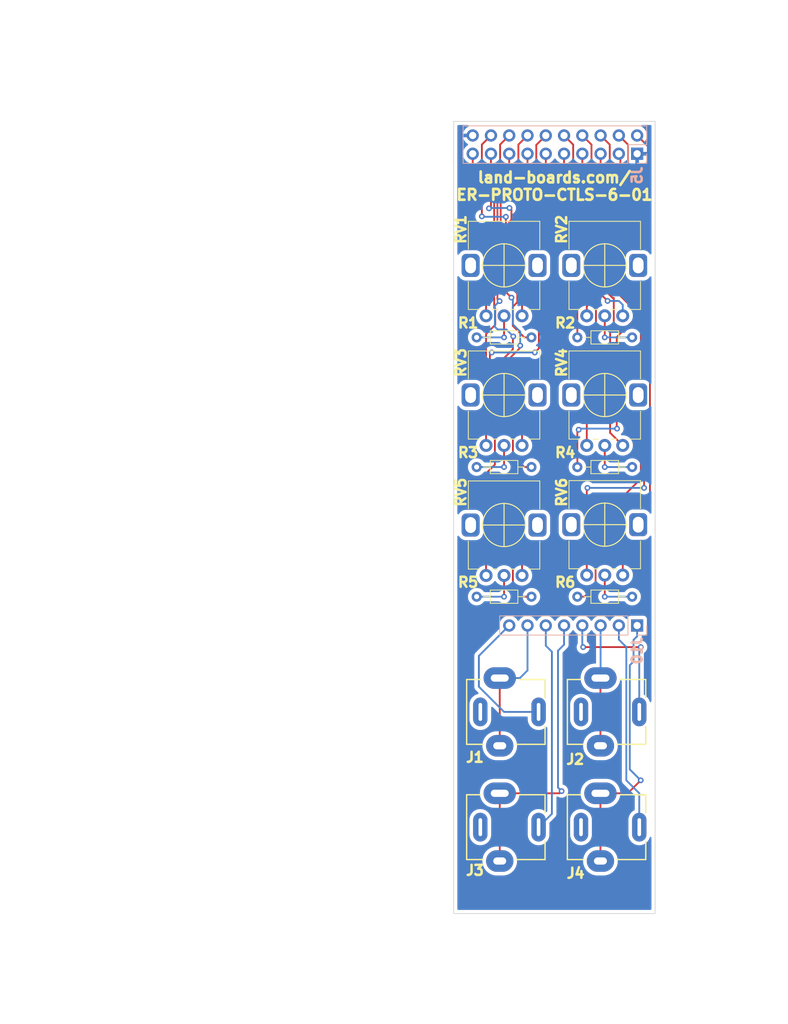
<source format=kicad_pcb>
(kicad_pcb (version 20211014) (generator pcbnew)
  (title_block (title "SYNTH-MIXER6-01") (date "2022-09-30") (rev "1") (company "LAND BOARDS, LLC"))
  (layers (0 "F.Cu" signal) (31 "B.Cu" signal) (34 "B.Paste" user) (35 "F.Paste" user) (36 "B.SilkS" user "B.Silkscreen") (37 "F.SilkS" user "F.Silkscreen") (38 "B.Mask" user) (39 "F.Mask" user) (44 "Edge.Cuts" user))
  (net 0 "")
  (net 1 "/POT6-1")
  (net 2 "/POT6-2")
  (net 3 "/POT6-3")
  (net 4 "/POT4-1")
  (net 5 "/POT4-2")
  (net 6 "/POT4-3")
  (net 7 "/POT2-1")
  (net 8 "/POT2-2")
  (net 9 "/POT2-3")
  (net 10 "/POT5-1")
  (net 11 "/POT5-2")
  (net 12 "/POT5-3")
  (net 13 "/POT3-1")
  (net 14 "/POT3-2")
  (net 15 "/POT3-3")
  (net 16 "Net-(R1-Pad1)")
  (net 17 "Net-(R2-Pad1)")
  (net 18 "Net-(R3-Pad1)")
  (net 19 "Net-(R4-Pad1)")
  (net 20 "Net-(R5-Pad1)")
  (net 25 "/POT1-1")
  (net 26 "/POT1-2")
  (net 27 "/POT1-3")
  (net 28 "Net-(R6-Pad1)")
  (net 29 "/J1-S")
  (net 30 "/J1-T")
  (net 31 "/J2-S")
  (net 32 "/J2-T")
  (net 33 "/J3-S")
  (net 34 "/J3-T")
  (net 35 "/J4-S")
  (net 36 "/J4-T")
  (net 37 "GND")
  (footprint "LandBoards_Conns:RV09ACF" (layer "F.Cu") (at 119.5 47 90)
    (fp_text reference "RV4" (at 4.5 -6 90) (layer "F.SilkS") (effects (font (size 1.397 1.397) (thickness 0.4572))))
    (fp_text value "10K")
    (fp_line (start -6.12 3.37) (end -6.12 4.97) (layer "F.SilkS") (width 0.12))
    (fp_line (start -6.12 -4.97) (end -2.255 -4.97) (layer "F.SilkS") (width 0.12))
    (fp_line (start -6.12 0.871) (end -6.12 1.63) (layer "F.SilkS") (width 0.12))
    (fp_line (start 0 -3) (end 0 3) (layer "F.SilkS") (width 0.15))
    (fp_line (start -6.12 -1.629) (end -6.12 -0.87) (layer "F.SilkS") (width 0.12))
    (fp_line (start 6.12 -4.97) (end 6.12 4.97) (layer "F.SilkS") (width 0.12))
    (fp_line (start -6.12 4.97) (end -2.255 4.97) (layer "F.SilkS") (width 0.12))
    (fp_line (start 2.255 4.97) (end 6.12 4.97) (layer "F.SilkS") (width 0.12))
    (fp_line (start 2.255 -4.97) (end 6.12 -4.97) (layer "F.SilkS") (width 0.12))
    (fp_line (start -6.12 -4.97) (end -6.12 -3.371) (layer "F.SilkS") (width 0.12))
    (fp_line (start -3 0) (end 3 0) (layer "F.SilkS") (width 0.15))
    (fp_circle (center 0 0) (end 3 0) (layer "F.SilkS") (width 0.15) (fill none))
    (pad "" np_thru_hole roundrect (at 0 -4.65 90) (size 3.2 2.5) (drill oval 2.2 1.5) (layers F&B.Cu *.Mask))
    (pad "" np_thru_hole roundrect (at 0 4.65 90) (size 3.2 2.5) (drill oval 2.2 1.5) (layers F&B.Cu *.Mask) (roundrect_rratio 0.2314816))
    (pad "1" thru_hole circle (at -7 2.5 90) (size 1.8 1.8) (drill 1) (layers *.Cu *.Mask) (net 4 "/POT4-1"))
    (pad "2" thru_hole circle (at -7 0 90) (size 1.8 1.8) (drill 1) (layers *.Cu *.Mask) (net 19 "Net-(R4-Pad1)"))
    (pad "3" thru_hole circle (at -7 -2.5 90) (size 1.8 1.8) (drill 1) (layers *.Cu *.Mask) (net 6 "/POT4-3"))
  )
  (footprint "Resistor_THT:R_Axial_DIN0204_L3.6mm_D1.6mm_P7.62mm_Horizontal" (layer "F.Cu") (at 123.31 57 180)
    (fp_text reference "R4" (at 9.31 2) (layer "F.SilkS") (effects (font (size 1.397 1.397) (thickness 0.4572))))
    (fp_text value "100K")
    (fp_line (start 5.73 -0.92) (end 1.89 -0.92) (layer "F.SilkS") (width 0.12))
    (fp_line (start 1.89 0.92) (end 5.73 0.92) (layer "F.SilkS") (width 0.12))
    (fp_line (start 5.73 0.92) (end 5.73 -0.92) (layer "F.SilkS") (width 0.12))
    (fp_line (start 1.89 -0.92) (end 1.89 0.92) (layer "F.SilkS") (width 0.12))
    (fp_line (start 0.94 0) (end 1.89 0) (layer "F.SilkS") (width 0.12))
    (fp_line (start 6.68 0) (end 5.73 0) (layer "F.SilkS") (width 0.12))
    (pad "1" thru_hole circle (at 0 0 180) (size 1.4 1.4) (drill 0.7) (layers *.Cu *.Mask) (net 19 "Net-(R4-Pad1)"))
    (pad "2" thru_hole oval (at 7.62 0 180) (size 1.4 1.4) (drill 0.7) (layers *.Cu *.Mask) (net 5 "/POT4-2"))
  )
  (footprint "LandBoards_Conns:RV09ACF" (layer "F.Cu") (at 119.5 29 90)
    (fp_text reference "RV2" (at 5 -6 90) (layer "F.SilkS") (effects (font (size 1.397 1.397) (thickness 0.4572))))
    (fp_text value "10K")
    (fp_line (start 6.12 -4.97) (end 6.12 4.97) (layer "F.SilkS") (width 0.12))
    (fp_line (start -6.12 3.37) (end -6.12 4.97) (layer "F.SilkS") (width 0.12))
    (fp_line (start 2.255 -4.97) (end 6.12 -4.97) (layer "F.SilkS") (width 0.12))
    (fp_line (start -6.12 -4.97) (end -2.255 -4.97) (layer "F.SilkS") (width 0.12))
    (fp_line (start 0 -3) (end 0 3) (layer "F.SilkS") (width 0.15))
    (fp_line (start -3 0) (end 3 0) (layer "F.SilkS") (width 0.15))
    (fp_line (start -6.12 0.871) (end -6.12 1.63) (layer "F.SilkS") (width 0.12))
    (fp_line (start 2.255 4.97) (end 6.12 4.97) (layer "F.SilkS") (width 0.12))
    (fp_line (start -6.12 -1.629) (end -6.12 -0.87) (layer "F.SilkS") (width 0.12))
    (fp_line (start -6.12 -4.97) (end -6.12 -3.371) (layer "F.SilkS") (width 0.12))
    (fp_line (start -6.12 4.97) (end -2.255 4.97) (layer "F.SilkS") (width 0.12))
    (fp_circle (center 0 0) (end 3 0) (layer "F.SilkS") (width 0.15) (fill none))
    (pad "" np_thru_hole roundrect (at 0 -4.65 90) (size 3.2 2.5) (drill oval 2.2 1.5) (layers F&B.Cu *.Mask))
    (pad "" np_thru_hole roundrect (at 0 4.65 90) (size 3.2 2.5) (drill oval 2.2 1.5) (layers F&B.Cu *.Mask) (roundrect_rratio 0.2314816))
    (pad "1" thru_hole circle (at -7 2.5 90) (size 1.8 1.8) (drill 1) (layers *.Cu *.Mask) (net 7 "/POT2-1"))
    (pad "2" thru_hole circle (at -7 0 90) (size 1.8 1.8) (drill 1) (layers *.Cu *.Mask) (net 17 "Net-(R2-Pad1)"))
    (pad "3" thru_hole circle (at -7 -2.5 90) (size 1.8 1.8) (drill 1) (layers *.Cu *.Mask) (net 9 "/POT2-3"))
  )
  (footprint "LandBoards_Conns:RV09ACF" (layer "F.Cu") (at 105.5 65.05 90)
    (fp_text reference "RV5" (at 4.55 -6 90) (layer "F.SilkS") (effects (font (size 1.397 1.397) (thickness 0.4572))))
    (fp_text value "10K")
    (fp_line (start -6.12 4.97) (end -2.255 4.97) (layer "F.SilkS") (width 0.12))
    (fp_line (start 6.12 -4.97) (end 6.12 4.97) (layer "F.SilkS") (width 0.12))
    (fp_line (start -6.12 -4.97) (end -6.12 -3.371) (layer "F.SilkS") (width 0.12))
    (fp_line (start -6.12 -1.629) (end -6.12 -0.87) (layer "F.SilkS") (width 0.12))
    (fp_line (start -6.12 3.37) (end -6.12 4.97) (layer "F.SilkS") (width 0.12))
    (fp_line (start -6.12 0.871) (end -6.12 1.63) (layer "F.SilkS") (width 0.12))
    (fp_line (start 2.255 -4.97) (end 6.12 -4.97) (layer "F.SilkS") (width 0.12))
    (fp_line (start 2.255 4.97) (end 6.12 4.97) (layer "F.SilkS") (width 0.12))
    (fp_line (start -6.12 -4.97) (end -2.255 -4.97) (layer "F.SilkS") (width 0.12))
    (fp_line (start 0 -3) (end 0 3) (layer "F.SilkS") (width 0.15))
    (fp_line (start -3 0) (end 3 0) (layer "F.SilkS") (width 0.15))
    (fp_circle (center 0 0) (end 3 0) (layer "F.SilkS") (width 0.15) (fill none))
    (pad "" np_thru_hole roundrect (at 0 4.65 90) (size 3.2 2.5) (drill oval 2.2 1.5) (layers F&B.Cu *.Mask) (roundrect_rratio 0.2314816))
    (pad "" np_thru_hole roundrect (at 0 -4.65 90) (size 3.2 2.5) (drill oval 2.2 1.5) (layers F&B.Cu *.Mask))
    (pad "1" thru_hole circle (at -7 2.5 90) (size 1.8 1.8) (drill 1) (layers *.Cu *.Mask) (net 10 "/POT5-1"))
    (pad "2" thru_hole circle (at -7 0 90) (size 1.8 1.8) (drill 1) (layers *.Cu *.Mask) (net 20 "Net-(R5-Pad1)"))
    (pad "3" thru_hole circle (at -7 -2.5 90) (size 1.8 1.8) (drill 1) (layers *.Cu *.Mask) (net 12 "/POT5-3"))
  )
  (footprint "AudioJacks:Jack_3.5mm_QingPu_WQP-PJ301BM_Vertical" (layer "F.Cu") (at 119.5 107 -90)
    (fp_text reference "J4" (at 6.4 4.05 180) (layer "F.SilkS") (effects (font (size 1.397 1.397) (thickness 0.4572))))
    (fp_text value "PJ-301BM")
    (fp_line (start 4.5 -5.7) (end 2 -5.7) (layer "F.SilkS") (width 0.2))
    (fp_line (start -4.5 5.2) (end -4.5 3.3) (layer "F.SilkS") (width 0.2))
    (fp_line (start -4.5 -5.7) (end -2 -5.7) (layer "F.SilkS") (width 0.2))
    (fp_line (start 4.5 -5.7) (end 4.5 -1.7) (layer "F.SilkS") (width 0.2))
    (fp_line (start -4.5 -5.7) (end -4.5 -2.1) (layer "F.SilkS") (width 0.2))
    (fp_line (start 4.5 5.2) (end 4.5 2.9) (layer "F.SilkS") (width 0.2))
    (fp_line (start -4.5 5.2) (end 4.5 5.2) (layer "F.SilkS") (width 0.2))
    (pad "S" thru_hole oval locked (at -4.7 0.6) (size 4.5 3) (drill oval 2.5 1) (layers *.Cu *.Mask) (net 35 "/J4-S"))
    (pad "S" thru_hole oval locked (at 4.7 0.6) (size 3.8 3) (drill oval 1.8 1) (layers *.Cu *.Mask) (net 35 "/J4-S"))
    (pad "T" thru_hole oval locked (at 0 -4.8 270) (size 4 2) (drill oval 2.5 0.5) (layers *.Cu *.Mask) (net 36 "/J4-T"))
    (pad "TN" thru_hole oval locked (at 0 3.3 270) (size 4 2) (drill oval 2.5 0.5) (layers *.Cu *.Mask))
  )
  (footprint "LandBoards_Conns:RV09ACF" (layer "F.Cu") (at 119.5 65 90)
    (fp_text reference "RV6" (at 4.5 -6 90) (layer "F.SilkS") (effects (font (size 1.397 1.397) (thickness 0.4572))))
    (fp_text value "10K")
    (fp_line (start 6.12 -4.97) (end 6.12 4.97) (layer "F.SilkS") (width 0.12))
    (fp_line (start 0 -3) (end 0 3) (layer "F.SilkS") (width 0.15))
    (fp_line (start 2.255 4.97) (end 6.12 4.97) (layer "F.SilkS") (width 0.12))
    (fp_line (start -6.12 0.871) (end -6.12 1.63) (layer "F.SilkS") (width 0.12))
    (fp_line (start -6.12 -4.97) (end -2.255 -4.97) (layer "F.SilkS") (width 0.12))
    (fp_line (start -6.12 -4.97) (end -6.12 -3.371) (layer "F.SilkS") (width 0.12))
    (fp_line (start -6.12 3.37) (end -6.12 4.97) (layer "F.SilkS") (width 0.12))
    (fp_line (start 2.255 -4.97) (end 6.12 -4.97) (layer "F.SilkS") (width 0.12))
    (fp_line (start -3 0) (end 3 0) (layer "F.SilkS") (width 0.15))
    (fp_line (start -6.12 -1.629) (end -6.12 -0.87) (layer "F.SilkS") (width 0.12))
    (fp_line (start -6.12 4.97) (end -2.255 4.97) (layer "F.SilkS") (width 0.12))
    (fp_circle (center 0 0) (end 3 0) (layer "F.SilkS") (width 0.15) (fill none))
    (pad "" np_thru_hole roundrect (at 0 4.65 90) (size 3.2 2.5) (drill oval 2.2 1.5) (layers F&B.Cu *.Mask) (roundrect_rratio 0.2314816))
    (pad "" np_thru_hole roundrect (at 0 -4.65 90) (size 3.2 2.5) (drill oval 2.2 1.5) (layers F&B.Cu *.Mask))
    (pad "1" thru_hole circle (at -7 2.5 90) (size 1.8 1.8) (drill 1) (layers *.Cu *.Mask) (net 1 "/POT6-1"))
    (pad "2" thru_hole circle (at -7 0 90) (size 1.8 1.8) (drill 1) (layers *.Cu *.Mask) (net 28 "Net-(R6-Pad1)"))
    (pad "3" thru_hole circle (at -7 -2.5 90) (size 1.8 1.8) (drill 1) (layers *.Cu *.Mask) (net 3 "/POT6-3"))
  )
  (footprint "Resistor_THT:R_Axial_DIN0204_L3.6mm_D1.6mm_P7.62mm_Horizontal" (layer "F.Cu") (at 123.31 75 180)
    (fp_text reference "R6" (at 9.31 2) (layer "F.SilkS") (effects (font (size 1.397 1.397) (thickness 0.4572))))
    (fp_text value "100K")
    (fp_line (start 5.73 0.92) (end 5.73 -0.92) (layer "F.SilkS") (width 0.12))
    (fp_line (start 1.89 0.92) (end 5.73 0.92) (layer "F.SilkS") (width 0.12))
    (fp_line (start 0.94 0) (end 1.89 0) (layer "F.SilkS") (width 0.12))
    (fp_line (start 6.68 0) (end 5.73 0) (layer "F.SilkS") (width 0.12))
    (fp_line (start 5.73 -0.92) (end 1.89 -0.92) (layer "F.SilkS") (width 0.12))
    (fp_line (start 1.89 -0.92) (end 1.89 0.92) (layer "F.SilkS") (width 0.12))
    (pad "1" thru_hole circle (at 0 0 180) (size 1.4 1.4) (drill 0.7) (layers *.Cu *.Mask) (net 28 "Net-(R6-Pad1)"))
    (pad "2" thru_hole oval (at 7.62 0 180) (size 1.4 1.4) (drill 0.7) (layers *.Cu *.Mask) (net 2 "/POT6-2"))
  )
  (footprint "Resistor_THT:R_Axial_DIN0204_L3.6mm_D1.6mm_P7.62mm_Horizontal" (layer "F.Cu") (at 101.69 75)
    (fp_text reference "R5" (at -1.19 -2) (layer "F.SilkS") (effects (font (size 1.397 1.397) (thickness 0.4572))))
    (fp_text value "100K")
    (fp_line (start 5.73 0.92) (end 5.73 -0.92) (layer "F.SilkS") (width 0.12))
    (fp_line (start 5.73 -0.92) (end 1.89 -0.92) (layer "F.SilkS") (width 0.12))
    (fp_line (start 0.94 0) (end 1.89 0) (layer "F.SilkS") (width 0.12))
    (fp_line (start 1.89 -0.92) (end 1.89 0.92) (layer "F.SilkS") (width 0.12))
    (fp_line (start 6.68 0) (end 5.73 0) (layer "F.SilkS") (width 0.12))
    (fp_line (start 1.89 0.92) (end 5.73 0.92) (layer "F.SilkS") (width 0.12))
    (pad "1" thru_hole circle (at 0 0) (size 1.4 1.4) (drill 0.7) (layers *.Cu *.Mask) (net 20 "Net-(R5-Pad1)"))
    (pad "2" thru_hole oval (at 7.62 0) (size 1.4 1.4) (drill 0.7) (layers *.Cu *.Mask) (net 11 "/POT5-2"))
  )
  (footprint "AudioJacks:Jack_3.5mm_QingPu_WQP-PJ301BM_Vertical" (layer "F.Cu") (at 105.5 91 -90)
    (fp_text reference "J1" (at 6.298 4.05 180) (layer "F.SilkS") (effects (font (size 1.397 1.397) (thickness 0.4572))))
    (fp_text value "PJ-301BM")
    (fp_line (start 4.5 -5.7) (end 2 -5.7) (layer "F.SilkS") (width 0.2))
    (fp_line (start -4.5 -5.7) (end -2 -5.7) (layer "F.SilkS") (width 0.2))
    (fp_line (start -4.5 5.2) (end 4.5 5.2) (layer "F.SilkS") (width 0.2))
    (fp_line (start 4.5 5.2) (end 4.5 2.9) (layer "F.SilkS") (width 0.2))
    (fp_line (start 4.5 -5.7) (end 4.5 -1.7) (layer "F.SilkS") (width 0.2))
    (fp_line (start -4.5 5.2) (end -4.5 3.3) (layer "F.SilkS") (width 0.2))
    (fp_line (start -4.5 -5.7) (end -4.5 -2.1) (layer "F.SilkS") (width 0.2))
    (pad "S" thru_hole oval locked (at -4.7 0.6) (size 4.5 3) (drill oval 2.5 1) (layers *.Cu *.Mask) (net 29 "/J1-S"))
    (pad "S" thru_hole oval locked (at 4.7 0.6) (size 3.8 3) (drill oval 1.8 1) (layers *.Cu *.Mask) (net 29 "/J1-S"))
    (pad "T" thru_hole oval locked (at 0 -4.8 270) (size 4 2) (drill oval 2.5 0.5) (layers *.Cu *.Mask) (net 30 "/J1-T"))
    (pad "TN" thru_hole oval locked (at 0 3.3 270) (size 4 2) (drill oval 2.5 0.5) (layers *.Cu *.Mask))
  )
  (footprint "Resistor_THT:R_Axial_DIN0204_L3.6mm_D1.6mm_P7.62mm_Horizontal" (layer "F.Cu") (at 101.69 57)
    (fp_text reference "R3" (at -1.19 -2) (layer "F.SilkS") (effects (font (size 1.397 1.397) (thickness 0.4572))))
    (fp_text value "100K")
    (fp_line (start 1.89 -0.92) (end 1.89 0.92) (layer "F.SilkS") (width 0.12))
    (fp_line (start 1.89 0.92) (end 5.73 0.92) (layer "F.SilkS") (width 0.12))
    (fp_line (start 0.94 0) (end 1.89 0) (layer "F.SilkS") (width 0.12))
    (fp_line (start 5.73 0.92) (end 5.73 -0.92) (layer "F.SilkS") (width 0.12))
    (fp_line (start 5.73 -0.92) (end 1.89 -0.92) (layer "F.SilkS") (width 0.12))
    (fp_line (start 6.68 0) (end 5.73 0) (layer "F.SilkS") (width 0.12))
    (pad "1" thru_hole circle (at 0 0) (size 1.4 1.4) (drill 0.7) (layers *.Cu *.Mask) (net 18 "Net-(R3-Pad1)"))
    (pad "2" thru_hole oval (at 7.62 0) (size 1.4 1.4) (drill 0.7) (layers *.Cu *.Mask) (net 14 "/POT3-2"))
  )
  (footprint "AudioJacks:Jack_3.5mm_QingPu_WQP-PJ301BM_Vertical" (layer "F.Cu") (at 105.5 107 -90)
    (fp_text reference "J3" (at 6 4.05 180) (layer "F.SilkS") (effects (font (size 1.397 1.397) (thickness 0.4572))))
    (fp_text value "PJ-301BM")
    (fp_line (start -4.5 5.2) (end 4.5 5.2) (layer "F.SilkS") (width 0.2))
    (fp_line (start 4.5 5.2) (end 4.5 2.9) (layer "F.SilkS") (width 0.2))
    (fp_line (start -4.5 5.2) (end -4.5 3.3) (layer "F.SilkS") (width 0.2))
    (fp_line (start -4.5 -5.7) (end -2 -5.7) (layer "F.SilkS") (width 0.2))
    (fp_line (start -4.5 -5.7) (end -4.5 -2.1) (layer "F.SilkS") (width 0.2))
    (fp_line (start 4.5 -5.7) (end 4.5 -1.7) (layer "F.SilkS") (width 0.2))
    (fp_line (start 4.5 -5.7) (end 2 -5.7) (layer "F.SilkS") (width 0.2))
    (pad "S" thru_hole oval locked (at -4.7 0.6) (size 4.5 3) (drill oval 2.5 1) (layers *.Cu *.Mask) (net 33 "/J3-S"))
    (pad "S" thru_hole oval locked (at 4.7 0.6) (size 3.8 3) (drill oval 1.8 1) (layers *.Cu *.Mask) (net 33 "/J3-S"))
    (pad "T" thru_hole oval locked (at 0 -4.8 270) (size 4 2) (drill oval 2.5 0.5) (layers *.Cu *.Mask) (net 34 "/J3-T"))
    (pad "TN" thru_hole oval locked (at 0 3.3 270) (size 4 2) (drill oval 2.5 0.5) (layers *.Cu *.Mask))
  )
  (footprint "LandBoards_Conns:RV09ACF" (layer "F.Cu") (at 105.5 29 90)
    (fp_text reference "RV1" (at 5 -6 90) (layer "F.SilkS") (effects (font (size 1.397 1.397) (thickness 0.4572))))
    (fp_text value "10K")
    (fp_line (start 2.255 -4.97) (end 6.12 -4.97) (layer "F.SilkS") (width 0.12))
    (fp_line (start 6.12 -4.97) (end 6.12 4.97) (layer "F.SilkS") (width 0.12))
    (fp_line (start -6.12 4.97) (end -2.255 4.97) (layer "F.SilkS") (width 0.12))
    (fp_line (start -6.12 -4.97) (end -2.255 -4.97) (layer "F.SilkS") (width 0.12))
    (fp_line (start 2.255 4.97) (end 6.12 4.97) (layer "F.SilkS") (width 0.12))
    (fp_line (start -3 0) (end 3 0) (layer "F.SilkS") (width 0.15))
    (fp_line (start -6.12 0.871) (end -6.12 1.63) (layer "F.SilkS") (width 0.12))
    (fp_line (start -6.12 3.37) (end -6.12 4.97) (layer "F.SilkS") (width 0.12))
    (fp_line (start -6.12 -4.97) (end -6.12 -3.371) (layer "F.SilkS") (width 0.12))
    (fp_line (start 0 -3) (end 0 3) (layer "F.SilkS") (width 0.15))
    (fp_line (start -6.12 -1.629) (end -6.12 -0.87) (layer "F.SilkS") (width 0.12))
    (fp_circle (center 0 0) (end 3 0) (layer "F.SilkS") (width 0.15) (fill none))
    (pad "" np_thru_hole roundrect (at 0 4.65 90) (size 3.2 2.5) (drill oval 2.2 1.5) (layers F&B.Cu *.Mask) (roundrect_rratio 0.2314816))
    (pad "" np_thru_hole roundrect (at 0 -4.65 90) (size 3.2 2.5) (drill oval 2.2 1.5) (layers F&B.Cu *.Mask))
    (pad "1" thru_hole circle (at -7 2.5 90) (size 1.8 1.8) (drill 1) (layers *.Cu *.Mask) (net 25 "/POT1-1"))
    (pad "2" thru_hole circle (at -7 0 90) (size 1.8 1.8) (drill 1) (layers *.Cu *.Mask) (net 16 "Net-(R1-Pad1)"))
    (pad "3" thru_hole circle (at -7 -2.5 90) (size 1.8 1.8) (drill 1) (layers *.Cu *.Mask) (net 27 "/POT1-3"))
  )
  (footprint "Resistor_THT:R_Axial_DIN0204_L3.6mm_D1.6mm_P7.62mm_Horizontal" (layer "F.Cu") (at 101.69 39)
    (fp_text reference "R1" (at -1.19 -2) (layer "F.SilkS") (effects (font (size 1.397 1.397) (thickness 0.4572))))
    (fp_text value "100K")
    (fp_line (start 0.94 0) (end 1.89 0) (layer "F.SilkS") (width 0.12))
    (fp_line (start 6.68 0) (end 5.73 0) (layer "F.SilkS") (width 0.12))
    (fp_line (start 1.89 -0.92) (end 1.89 0.92) (layer "F.SilkS") (width 0.12))
    (fp_line (start 1.89 0.92) (end 5.73 0.92) (layer "F.SilkS") (width 0.12))
    (fp_line (start 5.73 -0.92) (end 1.89 -0.92) (layer "F.SilkS") (width 0.12))
    (fp_line (start 5.73 0.92) (end 5.73 -0.92) (layer "F.SilkS") (width 0.12))
    (pad "1" thru_hole circle (at 0 0) (size 1.4 1.4) (drill 0.7) (layers *.Cu *.Mask) (net 16 "Net-(R1-Pad1)"))
    (pad "2" thru_hole oval (at 7.62 0) (size 1.4 1.4) (drill 0.7) (layers *.Cu *.Mask) (net 26 "/POT1-2"))
  )
  (footprint "LandBoards_Conns:RV09ACF" (layer "F.Cu") (at 105.5 47 90)
    (fp_text reference "RV3" (at 4.5 -6 90) (layer "F.SilkS") (effects (font (size 1.397 1.397) (thickness 0.4572))))
    (fp_text value "10K")
    (fp_line (start 2.255 4.97) (end 6.12 4.97) (layer "F.SilkS") (width 0.12))
    (fp_line (start -6.12 -4.97) (end -2.255 -4.97) (layer "F.SilkS") (width 0.12))
    (fp_line (start -6.12 -1.629) (end -6.12 -0.87) (layer "F.SilkS") (width 0.12))
    (fp_line (start 0 -3) (end 0 3) (layer "F.SilkS") (width 0.15))
    (fp_line (start -3 0) (end 3 0) (layer "F.SilkS") (width 0.15))
    (fp_line (start 6.12 -4.97) (end 6.12 4.97) (layer "F.SilkS") (width 0.12))
    (fp_line (start -6.12 -4.97) (end -6.12 -3.371) (layer "F.SilkS") (width 0.12))
    (fp_line (start -6.12 0.871) (end -6.12 1.63) (layer "F.SilkS") (width 0.12))
    (fp_line (start 2.255 -4.97) (end 6.12 -4.97) (layer "F.SilkS") (width 0.12))
    (fp_line (start -6.12 4.97) (end -2.255 4.97) (layer "F.SilkS") (width 0.12))
    (fp_line (start -6.12 3.37) (end -6.12 4.97) (layer "F.SilkS") (width 0.12))
    (fp_circle (center 0 0) (end 3 0) (layer "F.SilkS") (width 0.15) (fill none))
    (pad "" np_thru_hole roundrect (at 0 4.65 90) (size 3.2 2.5) (drill oval 2.2 1.5) (layers F&B.Cu *.Mask) (roundrect_rratio 0.2314816))
    (pad "" np_thru_hole roundrect (at 0 -4.65 90) (size 3.2 2.5) (drill oval 2.2 1.5) (layers F&B.Cu *.Mask))
    (pad "1" thru_hole circle (at -7 2.5 90) (size 1.8 1.8) (drill 1) (layers *.Cu *.Mask) (net 13 "/POT3-1"))
    (pad "2" thru_hole circle (at -7 0 90) (size 1.8 1.8) (drill 1) (layers *.Cu *.Mask) (net 18 "Net-(R3-Pad1)"))
    (pad "3" thru_hole circle (at -7 -2.5 90) (size 1.8 1.8) (drill 1) (layers *.Cu *.Mask) (net 15 "/POT3-3"))
  )
  (footprint "Resistor_THT:R_Axial_DIN0204_L3.6mm_D1.6mm_P7.62mm_Horizontal" (layer "F.Cu") (at 123.31 39 180)
    (fp_text reference "R2" (at 9.31 2) (layer "F.SilkS") (effects (font (size 1.397 1.397) (thickness 0.4572))))
    (fp_text value "100K")
    (fp_line (start 0.94 0) (end 1.89 0) (layer "F.SilkS") (width 0.12))
    (fp_line (start 6.68 0) (end 5.73 0) (layer "F.SilkS") (width 0.12))
    (fp_line (start 5.73 0.92) (end 5.73 -0.92) (layer "F.SilkS") (width 0.12))
    (fp_line (start 1.89 0.92) (end 5.73 0.92) (layer "F.SilkS") (width 0.12))
    (fp_line (start 1.89 -0.92) (end 1.89 0.92) (layer "F.SilkS") (width 0.12))
    (fp_line (start 5.73 -0.92) (end 1.89 -0.92) (layer "F.SilkS") (width 0.12))
    (pad "1" thru_hole circle (at 0 0 180) (size 1.4 1.4) (drill 0.7) (layers *.Cu *.Mask) (net 17 "Net-(R2-Pad1)"))
    (pad "2" thru_hole oval (at 7.62 0 180) (size 1.4 1.4) (drill 0.7) (layers *.Cu *.Mask) (net 8 "/POT2-2"))
  )
  (footprint "AudioJacks:Jack_3.5mm_QingPu_WQP-PJ301BM_Vertical" (layer "F.Cu") (at 119.5 91 -90)
    (fp_text reference "J2" (at 6.586 4.1 180) (layer "F.SilkS") (effects (font (size 1.397 1.397) (thickness 0.4572))))
    (fp_text value "PJ-301BM")
    (fp_line (start 4.5 -5.7) (end 4.5 -1.7) (layer "F.SilkS") (width 0.2))
    (fp_line (start 4.5 -5.7) (end 2 -5.7) (layer "F.SilkS") (width 0.2))
    (fp_line (start -4.5 -5.7) (end -4.5 -2.1) (layer "F.SilkS") (width 0.2))
    (fp_line (start -4.5 -5.7) (end -2 -5.7) (layer "F.SilkS") (width 0.2))
    (fp_line (start -4.5 5.2) (end 4.5 5.2) (layer "F.SilkS") (width 0.2))
    (fp_line (start -4.5 5.2) (end -4.5 3.3) (layer "F.SilkS") (width 0.2))
    (fp_line (start 4.5 5.2) (end 4.5 2.9) (layer "F.SilkS") (width 0.2))
    (pad "S" thru_hole oval locked (at 4.7 0.6) (size 3.8 3) (drill oval 1.8 1) (layers *.Cu *.Mask) (net 31 "/J2-S"))
    (pad "S" thru_hole oval locked (at -4.7 0.6) (size 4.5 3) (drill oval 2.5 1) (layers *.Cu *.Mask) (net 31 "/J2-S"))
    (pad "T" thru_hole oval locked (at 0 -4.8 270) (size 4 2) (drill oval 2.5 0.5) (layers *.Cu *.Mask) (net 32 "/J2-T"))
    (pad "TN" thru_hole oval locked (at 0 3.3 270) (size 4 2) (drill oval 2.5 0.5) (layers *.Cu *.Mask))
  )
  (footprint "Connector_PinHeader_2.54mm:PinHeader_2x10_P2.54mm_Vertical" (layer "B.Cu") (at 124 13.5 90)
    (fp_text reference "J5" (at -3 0 90) (layer "B.SilkS") (effects (font (size 1.397 1.397) (thickness 0.4572)) (justify mirror)))
    (fp_text value "HEADER, 2X10")
    (fp_line (start -1.33 -1.27) (end -1.33 -24.19) (layer "B.SilkS") (width 0.12))
    (fp_line (start -1.33 -24.19) (end 3.87 -24.19) (layer "B.SilkS") (width 0.12))
    (fp_line (start -1.33 -1.27) (end 1.27 -1.27) (layer "B.SilkS") (width 0.12))
    (fp_line (start 1.27 -1.27) (end 1.27 1.33) (layer "B.SilkS") (width 0.12))
    (fp_line (start 1.27 1.33) (end 3.87 1.33) (layer "B.SilkS") (width 0.12))
    (fp_line (start -1.33 1.33) (end 0 1.33) (layer "B.SilkS") (width 0.12))
    (fp_line (start 3.87 1.33) (end 3.87 -24.19) (layer "B.SilkS") (width 0.12))
    (fp_line (start -1.33 0) (end -1.33 1.33) (layer "B.SilkS") (width 0.12))
    (pad "1" thru_hole rect (at 0 0 90) (size 1.7 1.7) (drill 1) (layers *.Cu *.Mask) (net 37 "GND"))
    (pad "2" thru_hole oval (at 2.54 0 90) (size 1.7 1.7) (drill 1) (layers *.Cu *.Mask) (net 1 "/POT6-1"))
    (pad "3" thru_hole oval (at 0 -2.54 90) (size 1.7 1.7) (drill 1) (layers *.Cu *.Mask) (net 2 "/POT6-2"))
    (pad "4" thru_hole oval (at 2.54 -2.54 90) (size 1.7 1.7) (drill 1) (layers *.Cu *.Mask) (net 3 "/POT6-3"))
    (pad "5" thru_hole oval (at 0 -5.08 90) (size 1.7 1.7) (drill 1) (layers *.Cu *.Mask) (net 4 "/POT4-1"))
    (pad "6" thru_hole oval (at 2.54 -5.08 90) (size 1.7 1.7) (drill 1) (layers *.Cu *.Mask) (net 5 "/POT4-2"))
    (pad "7" thru_hole oval (at 0 -7.62 90) (size 1.7 1.7) (drill 1) (layers *.Cu *.Mask) (net 6 "/POT4-3"))
    (pad "8" thru_hole oval (at 2.54 -7.62 90) (size 1.7 1.7) (drill 1) (layers *.Cu *.Mask) (net 7 "/POT2-1"))
    (pad "9" thru_hole oval (at 0 -10.16 90) (size 1.7 1.7) (drill 1) (layers *.Cu *.Mask) (net 8 "/POT2-2"))
    (pad "10" thru_hole oval (at 2.54 -10.16 90) (size 1.7 1.7) (drill 1) (layers *.Cu *.Mask) (net 9 "/POT2-3"))
    (pad "11" thru_hole oval (at 0 -12.7 90) (size 1.7 1.7) (drill 1) (layers *.Cu *.Mask) (net 10 "/POT5-1"))
    (pad "12" thru_hole oval (at 2.54 -12.7 90) (size 1.7 1.7) (drill 1) (layers *.Cu *.Mask) (net 11 "/POT5-2"))
    (pad "13" thru_hole oval (at 0 -15.24 90) (size 1.7 1.7) (drill 1) (layers *.Cu *.Mask) (net 12 "/POT5-3"))
    (pad "14" thru_hole oval (at 2.54 -15.24 90) (size 1.7 1.7) (drill 1) (layers *.Cu *.Mask) (net 13 "/POT3-1"))
    (pad "15" thru_hole oval (at 0 -17.78 90) (size 1.7 1.7) (drill 1) (layers *.Cu *.Mask) (net 14 "/POT3-2"))
    (pad "16" thru_hole oval (at 2.54 -17.78 90) (size 1.7 1.7) (drill 1) (layers *.Cu *.Mask) (net 15 "/POT3-3"))
    (pad "17" thru_hole oval (at 0 -20.32 90) (size 1.7 1.7) (drill 1) (layers *.Cu *.Mask) (net 25 "/POT1-1"))
    (pad "18" thru_hole oval (at 2.54 -20.32 90) (size 1.7 1.7) (drill 1) (layers *.Cu *.Mask) (net 26 "/POT1-2"))
    (pad "19" thru_hole oval (at 0 -22.86 90) (size 1.7 1.7) (drill 1) (layers *.Cu *.Mask) (net 27 "/POT1-3"))
    (pad "20" thru_hole oval (at 2.54 -22.86 90) (size 1.7 1.7) (drill 1) (layers *.Cu *.Mask) (net 37 "GND"))
  )
  (footprint "Connector_PinHeader_2.54mm:PinHeader_1x08_P2.54mm_Vertical" (layer "B.Cu") (at 124 79 90)
    (fp_text reference "J10" (at -3.5 0 90) (layer "B.SilkS") (effects (font (size 1.397 1.397) (thickness 0.4572)) (justify mirror)))
    (fp_text value "Conn_01x08")
    (fp_line (start -1.33 -1.27) (end 1.33 -1.27) (layer "B.SilkS") (width 0.12))
    (fp_line (start -1.33 -1.27) (end -1.33 -19.11) (layer "B.SilkS") (width 0.12))
    (fp_line (start 1.33 -1.27) (end 1.33 -19.11) (layer "B.SilkS") (width 0.12))
    (fp_line (start -1.33 -19.11) (end 1.33 -19.11) (layer "B.SilkS") (width 0.12))
    (fp_line (start -1.33 1.33) (end 0 1.33) (layer "B.SilkS") (width 0.12))
    (fp_line (start -1.33 0) (end -1.33 1.33) (layer "B.SilkS") (width 0.12))
    (pad "1" thru_hole rect (at 0 0 90) (size 1.7 1.7) (drill 1) (layers *.Cu *.Mask) (net 35 "/J4-S"))
    (pad "2" thru_hole oval (at 0 -2.54 90) (size 1.7 1.7) (drill 1) (layers *.Cu *.Mask) (net 36 "/J4-T"))
    (pad "3" thru_hole oval (at 0 -5.08 90) (size 1.7 1.7) (drill 1) (layers *.Cu *.Mask) (net 31 "/J2-S"))
    (pad "4" thru_hole oval (at 0 -7.62 90) (size 1.7 1.7) (drill 1) (layers *.Cu *.Mask) (net 32 "/J2-T"))
    (pad "5" thru_hole oval (at 0 -10.16 90) (size 1.7 1.7) (drill 1) (layers *.Cu *.Mask) (net 33 "/J3-S"))
    (pad "6" thru_hole oval (at 0 -12.7 90) (size 1.7 1.7) (drill 1) (layers *.Cu *.Mask) (net 34 "/J3-T"))
    (pad "7" thru_hole oval (at 0 -15.24 90) (size 1.7 1.7) (drill 1) (layers *.Cu *.Mask) (net 29 "/J1-S"))
    (pad "8" thru_hole oval (at 0 -17.78 90) (size 1.7 1.7) (drill 1) (layers *.Cu *.Mask) (net 30 "/J1-T"))
  )
  (gr_rect (start 98.5 9.000004) (end 126.5 119.000004) (layer "Edge.Cuts") (width 0.1) (fill none))
  (gr_text "land-boards.com/\nER-PROTO-CTLS-6-01" (at 112.5 18) (layer "F.SilkS") (effects (font (size 1.5 1.5) (thickness 0.375))))
  (segment (start 125.7808 23.5204) (end 125.7808 12.7408) (width 0.25) (layer "F.Cu") (net 1))
  (segment (start 125.7808 12.7408) (end 124 10.96) (width 0.25) (layer "F.Cu") (net 1))
  (segment (start 122.9868 62.1792) (end 124.3076 62.1792) (width 0.25) (layer "F.Cu") (net 1))
  (segment (start 122.1486 31.3436) (end 122.1486 27.1526) (width 0.25) (layer "F.Cu") (net 1))
  (segment (start 125.7808 60.706) (end 125.7808 34.9758) (width 0.25) (layer "F.Cu") (net 1))
  (segment (start 124.3076 62.1792) (end 125.7808 60.706) (width 0.25) (layer "F.Cu") (net 1))
  (segment (start 122 72) (end 122 63.166) (width 0.25) (layer "F.Cu") (net 1))
  (segment (start 125.7808 34.9758) (end 122.1486 31.3436) (width 0.25) (layer "F.Cu") (net 1))
  (segment (start 122.1486 27.1526) (end 125.7808 23.5204) (width 0.25) (layer "F.Cu") (net 1))
  (segment (start 122 63.166) (end 122.9868 62.1792) (width 0.25) (layer "F.Cu") (net 1))
  (segment (start 121.67368 21.22672) (end 121.67368 13.71368) (width 0.25) (layer "F.Cu") (net 2))
  (segment (start 121.1834 31.826199) (end 121.1834 21.717) (width 0.25) (layer "F.Cu") (net 2))
  (segment (start 121.6152 49.556118) (end 121.6152 45.1104) (width 0.25) (layer "F.Cu") (net 2))
  (segment (start 115.69 75) (end 116.679949 75) (width 0.25) (layer "F.Cu") (net 2))
  (segment (start 118.224511 73.455438) (end 118.224511 64.909489) (width 0.25) (layer "F.Cu") (net 2))
  (segment (start 121.6152 45.1104) (end 124.51848 42.20712) (width 0.25) (layer "F.Cu") (net 2))
  (segment (start 118.224511 64.909489) (end 124.51848 58.61552) (width 0.25) (layer "F.Cu") (net 2))
  (segment (start 124.51848 35.16128) (end 121.1834 31.826199) (width 0.25) (layer "F.Cu") (net 2))
  (segment (start 124.51848 52.459398) (end 121.6152 49.556118) (width 0.25) (layer "F.Cu") (net 2))
  (segment (start 116.679949 75) (end 118.224511 73.455438) (width 0.25) (layer "F.Cu") (net 2))
  (segment (start 124.51848 42.20712) (end 124.51848 35.16128) (width 0.25) (layer "F.Cu") (net 2))
  (segment (start 124.51848 58.61552) (end 124.51848 52.459398) (width 0.25) (layer "F.Cu") (net 2))
  (segment (start 121.1834 21.717) (end 121.67368 21.22672) (width 0.25) (layer "F.Cu") (net 2))
  (segment (start 117 59.9872) (end 117 72) (width 0.25) (layer "F.Cu") (net 3))
  (segment (start 124.6632 51.9684) (end 122.0724 49.3776) (width 0.25) (layer "F.Cu") (net 3))
  (segment (start 124.968 51.9684) (end 124.6632 51.9684) (width 0.25) (layer "F.Cu") (net 3))
  (segment (start 124.968 59.8932) (end 124.968 51.9684) (width 0.25) (layer "F.Cu") (net 3))
  (segment (start 122.0724 49.3776) (end 122.0724 45.3136) (width 0.25) (layer "F.Cu") (net 3))
  (segment (start 124.968 42.418) (end 124.968 34.975082) (width 0.25) (layer "F.Cu") (net 3))
  (segment (start 122.7328 22.2504) (end 122.7328 12.2328) (width 0.25) (layer "F.Cu") (net 3))
  (segment (start 121.6406 31.647682) (end 121.6406 23.3426) (width 0.25) (layer "F.Cu") (net 3))
  (segment (start 122.0724 45.3136) (end 124.968 42.418) (width 0.25) (layer "F.Cu") (net 3))
  (segment (start 124.968 34.975082) (end 121.6406 31.647682) (width 0.25) (layer "F.Cu") (net 3))
  (segment (start 122.7328 12.2328) (end 121.46 10.96) (width 0.25) (layer "F.Cu") (net 3))
  (segment (start 117.094 59.8932) (end 117 59.9872) (width 0.25) (layer "F.Cu") (net 3))
  (segment (start 121.6406 23.3426) (end 122.7328 22.2504) (width 0.25) (layer "F.Cu") (net 3))
  (via (at 124.968 59.8932) (size 0.8) (drill 0.4) (layers "F.Cu" "B.Cu") (net 3))
  (via (at 117.094 59.8932) (size 0.8) (drill 0.4) (layers "F.Cu" "B.Cu") (net 3))
  (segment (start 124.968 59.8932) (end 117.094 59.8932) (width 0.25) (layer "B.Cu") (net 3))
  (segment (start 119.3292 32.258) (end 119.3292 21.336) (width 0.25) (layer "F.Cu") (net 4))
  (segment (start 120.2436 52.2436) (end 120.2436 38.1) (width 0.25) (layer "F.Cu") (net 4))
  (segment (start 119.3292 21.336) (end 118.92 20.9268) (width 0.25) (layer "F.Cu") (net 4))
  (segment (start 118.92 20.9268) (end 118.92 13.5) (width 0.25) (layer "F.Cu") (net 4))
  (segment (start 120.2436 38.1) (end 120.7516 37.592) (width 0.25) (layer "F.Cu") (net 4))
  (segment (start 120.5992 33.528) (end 119.3292 32.258) (width 0.25) (layer "F.Cu") (net 4))
  (segment (start 120.7516 37.592) (end 120.7516 33.528) (width 0.25) (layer "F.Cu") (net 4))
  (segment (start 122 54) (end 120.2436 52.2436) (width 0.25) (layer "F.Cu") (net 4))
  (segment (start 120.7516 33.528) (end 120.5992 33.528) (width 0.25) (layer "F.Cu") (net 4))
  (segment (start 120.1928 31.75) (end 123.6472 35.2044) (width 0.25) (layer "F.Cu") (net 5))
  (segment (start 121.16568 51.62048) (end 121.2088 51.6636) (width 0.25) (layer "F.Cu") (net 5))
  (segment (start 121.16568 38.95592) (end 121.16568 51.62048) (width 0.25) (layer "F.Cu") (net 5))
  (segment (start 123.6472 36.4744) (end 121.16568 38.95592) (width 0.25) (layer "F.Cu") (net 5))
  (segment (start 115.69 52.0008) (end 115.69 57) (width 0.25) (layer "F.Cu") (net 5))
  (segment (start 120.1928 12.2328) (end 120.1928 31.75) (width 0.25) (layer "F.Cu") (net 5))
  (segment (start 115.8748 51.816) (end 115.69 52.0008) (width 0.25) (layer "F.Cu") (net 5))
  (segment (start 118.92 10.96) (end 120.1928 12.2328) (width 0.25) (layer "F.Cu") (net 5))
  (segment (start 123.6472 35.2044) (end 123.6472 36.4744) (width 0.25) (layer "F.Cu") (net 5))
  (via (at 121.2088 51.6636) (size 0.8) (drill 0.4) (layers "F.Cu" "B.Cu") (net 5))
  (via (at 115.8748 51.816) (size 0.8) (drill 0.4) (layers "F.Cu" "B.Cu") (net 5))
  (segment (start 121.2088 51.6636) (end 116.0272 51.6636) (width 0.25) (layer "B.Cu") (net 5))
  (segment (start 116.0272 51.6636) (end 115.8748 51.816) (width 0.25) (layer "B.Cu") (net 5))
  (segment (start 117 41.5976) (end 118.275489 40.322111) (width 0.25) (layer "F.Cu") (net 6))
  (segment (start 117 54) (end 117 41.5976) (width 0.25) (layer "F.Cu") (net 6))
  (segment (start 118.275489 26.047311) (end 118.275489 40.322111) (width 0.25) (layer "F.Cu") (net 6))
  (segment (start 116.38 24.151822) (end 118.275489 26.047311) (width 0.25) (layer "F.Cu") (net 6))
  (segment (start 116.38 13.5) (end 116.38 24.151822) (width 0.25) (layer "F.Cu") (net 6))
  (segment (start 117.6528 12.2328) (end 116.38 10.96) (width 0.25) (layer "F.Cu") (net 7))
  (segment (start 118.725009 32.771409) (end 118.725009 24.937391) (width 0.25) (layer "F.Cu") (net 7))
  (segment (start 118.725009 24.937391) (end 117.6528 23.865182) (width 0.25) (layer "F.Cu") (net 7))
  (segment (start 117.6528 23.865182) (end 117.6528 12.2328) (width 0.25) (layer "F.Cu") (net 7))
  (segment (start 119.888 33.9344) (end 118.725009 32.771409) (width 0.25) (layer "F.Cu") (net 7))
  (via (at 119.888 33.9344) (size 0.8) (drill 0.4) (layers "F.Cu" "B.Cu") (net 7))
  (segment (start 122 36) (end 122 34.4716) (width 0.25) (layer "B.Cu") (net 7))
  (segment (start 119.888 33.9344) (end 121.4628 33.9344) (width 0.25) (layer "B.Cu") (net 7))
  (segment (start 122 34.4716) (end 121.4628 33.9344) (width 0.25) (layer "B.Cu") (net 7))
  (segment (start 113.84 13.5) (end 113.84 24.1272) (width 0.25) (layer "F.Cu") (net 8))
  (segment (start 115.69 33.7636) (end 115.69 39) (width 0.25) (layer "F.Cu") (net 8))
  (segment (start 117.1448 27.432) (end 117.1448 32.3088) (width 0.25) (layer "F.Cu") (net 8))
  (segment (start 117.1448 32.3088) (end 115.69 33.7636) (width 0.25) (layer "F.Cu") (net 8))
  (segment (start 113.84 24.1272) (end 117.1448 27.432) (width 0.25) (layer "F.Cu") (net 8))
  (segment (start 117 34.6888) (end 117 36) (width 0.25) (layer "F.Cu") (net 9))
  (segment (start 115.1128 24.2824) (end 117.7544 26.924) (width 0.25) (layer "F.Cu") (net 9))
  (segment (start 117.7544 33.9344) (end 117 34.6888) (width 0.25) (layer "F.Cu") (net 9))
  (segment (start 115.1128 12.2328) (end 115.1128 24.2824) (width 0.25) (layer "F.Cu") (net 9))
  (segment (start 117.7544 26.924) (end 117.7544 33.9344) (width 0.25) (layer "F.Cu") (net 9))
  (segment (start 113.84 10.96) (end 115.1128 12.2328) (width 0.25) (layer "F.Cu") (net 9))
  (segment (start 107.58672 24.18848) (end 107.95 23.8252) (width 0.25) (layer "F.Cu") (net 10))
  (segment (start 111.3028 52.7812) (end 107.7976 49.276) (width 0.25) (layer "F.Cu") (net 10))
  (segment (start 109.474 44.45) (end 111.506 42.418) (width 0.25) (layer "F.Cu") (net 10))
  (segment (start 107.95 23.0124) (end 111.3 19.6624) (width 0.25) (layer "F.Cu") (net 10))
  (segment (start 107.95 23.8252) (end 107.95 23.0124) (width 0.25) (layer "F.Cu") (net 10))
  (segment (start 108.4072 44.45) (end 109.474 44.45) (width 0.25) (layer "F.Cu") (net 10))
  (segment (start 111.506 42.418) (end 111.506 34.263882) (width 0.25) (layer "F.Cu") (net 10))
  (segment (start 111.506 34.263882) (end 107.58672 30.344602) (width 0.25) (layer "F.Cu") (net 10))
  (segment (start 107.58672 30.344602) (end 107.58672 24.18848) (width 0.25) (layer "F.Cu") (net 10))
  (segment (start 108 72.05) (end 108 63.0436) (width 0.25) (layer "F.Cu") (net 10))
  (segment (start 111.3 19.6624) (end 111.3 13.5) (width 0.25) (layer "F.Cu") (net 10))
  (segment (start 107.7976 45.0596) (end 108.4072 44.45) (width 0.25) (layer "F.Cu") (net 10))
  (segment (start 107.7976 49.276) (end 107.7976 45.0596) (width 0.25) (layer "F.Cu") (net 10))
  (segment (start 108 63.0436) (end 111.3028 59.7408) (width 0.25) (layer "F.Cu") (net 10))
  (segment (start 111.3028 59.7408) (end 111.3028 52.7812) (width 0.25) (layer "F.Cu") (net 10))
  (segment (start 108.6104 42.418) (end 110.1344 42.418) (width 0.25) (layer "F.Cu") (net 11))
  (segment (start 106.7308 74.3712) (end 106.7308 72.512521) (width 0.25) (layer "F.Cu") (net 11))
  (segment (start 109.982 12.278) (end 111.3 10.96) (width 0.25) (layer "F.Cu") (net 11))
  (segment (start 109.31 75) (end 107.3596 75) (width 0.25) (layer "F.Cu") (net 11))
  (segment (start 107.3596 75) (end 106.7308 74.3712) (width 0.25) (layer "F.Cu") (net 11))
  (segment (start 107.188 49.6824) (end 107.188 43.8404) (width 0.25) (layer "F.Cu") (net 11))
  (segment (start 106.7308 72.512521) (end 106.724511 72.506232) (width 0.25) (layer "F.Cu") (net 11))
  (segment (start 110.7186 53.213) (end 107.188 49.6824) (width 0.25) (layer "F.Cu") (net 11))
  (segment (start 109.982 20.2692) (end 109.982 12.278) (width 0.25) (layer "F.Cu") (net 11))
  (segment (start 110.1344 42.418) (end 110.9472 41.6052) (width 0.25) (layer "F.Cu") (net 11))
  (segment (start 106.724511 72.506232) (end 106.724511 62.744289) (width 0.25) (layer "F.Cu") (net 11))
  (segment (start 110.9472 41.6052) (end 110.9472 34.3408) (width 0.25) (layer "F.Cu") (net 11))
  (segment (start 107.1372 23.7744) (end 107.42664 23.48496) (width 0.25) (layer "F.Cu") (net 11))
  (segment (start 110.9472 34.3408) (end 107.1372 30.5308) (width 0.25) (layer "F.Cu") (net 11))
  (segment (start 107.42664 23.48496) (end 107.42664 22.82456) (width 0.25) (layer "F.Cu") (net 11))
  (segment (start 107.1372 30.5308) (end 107.1372 23.7744) (width 0.25) (layer "F.Cu") (net 11))
  (segment (start 110.7186 58.7502) (end 110.7186 53.213) (width 0.25) (layer "F.Cu") (net 11))
  (segment (start 107.42664 22.82456) (end 109.982 20.2692) (width 0.25) (layer "F.Cu") (net 11))
  (segment (start 107.188 43.8404) (end 108.6104 42.418) (width 0.25) (layer "F.Cu") (net 11))
  (segment (start 106.724511 62.744289) (end 110.7186 58.7502) (width 0.25) (layer "F.Cu") (net 11))
  (segment (start 104.224511 56.659089) (end 104.224511 52.154511) (width 0.25) (layer "F.Cu") (net 12))
  (segment (start 109.7788 41.0972) (end 110.3376 40.5384) (width 0.25) (layer "F.Cu") (net 12))
  (segment (start 103 72.05) (end 103 57.8836) (width 0.25) (layer "F.Cu") (net 12))
  (segment (start 110.3376 34.4932) (end 106.67232 30.82792) (width 0.25) (layer "F.Cu") (net 12))
  (segment (start 106.67232 30.82792) (end 106.67232 23.22328) (width 0.25) (layer "F.Cu") (net 12))
  (segment (start 106.97712 22.35968) (end 108.76 20.5768) (width 0.25) (layer "F.Cu") (net 12))
  (segment (start 104.224511 52.154511) (end 103.5304 51.4604) (width 0.25) (layer "F.Cu") (net 12))
  (segment (start 108.76 20.5768) (end 108.76 13.5) (width 0.25) (layer "F.Cu") (net 12))
  (segment (start 103 57.8836) (end 104.224511 56.659089) (width 0.25) (layer "F.Cu") (net 12))
  (segment (start 106.97712 22.91848) (end 106.97712 22.35968) (width 0.25) (layer "F.Cu") (net 12))
  (segment (start 110.3376 40.5384) (end 110.3376 34.4932) (width 0.25) (layer "F.Cu") (net 12))
  (segment (start 103.5304 51.4604) (end 103.5304 41.3512) (width 0.25) (layer "F.Cu") (net 12))
  (segment (start 103.5304 41.3512) (end 103.7844 41.0972) (width 0.25) (layer "F.Cu") (net 12))
  (segment (start 106.67232 23.22328) (end 106.97712 22.91848) (width 0.25) (layer "F.Cu") (net 12))
  (via (at 109.7788 41.0972) (size 0.8) (drill 0.4) (layers "F.Cu" "B.Cu") (net 12))
  (via (at 103.7844 41.0972) (size 0.8) (drill 0.4) (layers "F.Cu" "B.Cu") (net 12))
  (segment (start 103.7844 41.0972) (end 109.7788 41.0972) (width 0.25) (layer "B.Cu") (net 12))
  (segment (start 105.02856 19.07584) (end 107.4928 16.6116) (width 0.25) (layer "F.Cu") (net 13))
  (segment (start 107.4928 16.6116) (end 107.4928 12.2272) (width 0.25) (layer "F.Cu") (net 13))
  (segment (start 105.9688 42.2148) (end 105.9688 49.7856) (width 0.25) (layer "F.Cu") (net 13))
  (segment (start 107.7468 40.4368) (end 105.9688 42.2148) (width 0.25) (layer "F.Cu") (net 13))
  (segment (start 108 54) (end 108 51.8168) (width 0.25) (layer "F.Cu") (net 13))
  (segment (start 105.02856 31.97816) (end 105.02856 19.07584) (width 0.25) (layer "F.Cu") (net 13))
  (segment (start 105.9688 49.7856) (end 108 51.8168) (width 0.25) (layer "F.Cu") (net 13))
  (segment (start 107.7468 40.132) (end 107.7468 40.4368) (width 0.25) (layer "F.Cu") (net 13))
  (segment (start 107.4928 12.2272) (end 108.76 10.96) (width 0.25) (layer "F.Cu") (net 13))
  (segment (start 106.5276 33.4772) (end 105.02856 31.97816) (width 0.25) (layer "F.Cu") (net 13))
  (via (at 107.7468 40.132) (size 0.8) (drill 0.4) (layers "F.Cu" "B.Cu") (net 13))
  (via (at 106.5276 33.4772) (size 0.8) (drill 0.4) (layers "F.Cu" "B.Cu") (net 13))
  (segment (start 106.724511 37.179311) (end 107.7468 38.2016) (width 0.25) (layer "B.Cu") (net 13))
  (segment (start 107.7468 38.2016) (end 107.7468 40.132) (width 0.25) (layer "B.Cu") (net 13))
  (segment (start 106.724511 33.674111) (end 106.724511 37.179311) (width 0.25) (layer "B.Cu") (net 13))
  (segment (start 106.5276 33.4772) (end 106.724511 33.674111) (width 0.25) (layer "B.Cu") (net 13))
  (segment (start 106.7308 55.410749) (end 106.7308 52.9844) (width 0.25) (layer "F.Cu") (net 14))
  (segment (start 106.7308 38.9128) (end 106.7816 38.862) (width 0.25) (layer "F.Cu") (net 14))
  (segment (start 104.57904 33.66224) (end 104.57904 18.10296) (width 0.25) (layer "F.Cu") (net 14))
  (segment (start 104.8766 33.9598) (end 104.57904 33.66224) (width 0.25) (layer "F.Cu") (net 14))
  (segment (start 104.902 42.4688) (end 106.7308 40.64) (width 0.25) (layer "F.Cu") (net 14))
  (segment (start 108.320051 57) (end 106.7308 55.410749) (width 0.25) (layer "F.Cu") (net 14))
  (segment (start 106.7308 40.64) (end 106.7308 38.9128) (width 0.25) (layer "F.Cu") (net 14))
  (segment (start 104.57904 18.10296) (end 106.22 16.462) (width 0.25) (layer "F.Cu") (net 14))
  (segment (start 106.7308 52.9844) (end 104.902 51.1556) (width 0.25) (layer "F.Cu") (net 14))
  (segment (start 106.22 16.462) (end 106.22 13.5) (width 0.25) (layer "F.Cu") (net 14))
  (segment (start 104.902 51.1556) (end 104.902 42.4688) (width 0.25) (layer "F.Cu") (net 14))
  (segment (start 109.31 57) (end 108.320051 57) (width 0.25) (layer "F.Cu") (net 14))
  (via (at 106.7816 38.862) (size 0.8) (drill 0.4) (layers "F.Cu" "B.Cu") (net 14))
  (via (at 104.8766 33.9598) (size 0.8) (drill 0.4) (layers "F.Cu" "B.Cu") (net 14))
  (segment (start 104.224511 34.611889) (end 104.224511 37.524111) (width 0.25) (layer "B.Cu") (net 14))
  (segment (start 105.8164 37.8968) (end 106.7816 38.862) (width 0.25) (layer "B.Cu") (net 14))
  (segment (start 104.224511 37.524111) (end 104.5464 37.846) (width 0.25) (layer "B.Cu") (net 14))
  (segment (start 104.8766 33.9598) (end 104.224511 34.611889) (width 0.25) (layer "B.Cu") (net 14))
  (segment (start 104.5464 37.846) (end 104.5972 37.8968) (width 0.25) (layer "B.Cu") (net 14))
  (segment (start 104.5972 37.8968) (end 105.8164 37.8968) (width 0.25) (layer "B.Cu") (net 14))
  (segment (start 104.275489 37.253311) (end 104.275489 35.035089) (width 0.25) (layer "F.Cu") (net 15))
  (segment (start 104.12952 34.88912) (end 104.12952 17.48568) (width 0.25) (layer "F.Cu") (net 15))
  (segment (start 103 38.5288) (end 104.275489 37.253311) (width 0.25) (layer "F.Cu") (net 15))
  (segment (start 104.9528 12.2272) (end 106.22 10.96) (width 0.25) (layer "F.Cu") (net 15))
  (segment (start 103 54) (end 103 38.5288) (width 0.25) (layer "F.Cu") (net 15))
  (segment (start 104.9528 16.6624) (end 104.9528 12.2272) (width 0.25) (layer "F.Cu") (net 15))
  (segment (start 104.12952 17.48568) (end 104.9528 16.6624) (width 0.25) (layer "F.Cu") (net 15))
  (segment (start 104.275489 35.035089) (end 104.12952 34.88912) (width 0.25) (layer "F.Cu") (net 15))
  (segment (start 105.5 39) (end 105.5 36) (width 0.25) (layer "F.Cu") (net 16))
  (via (at 105.5 39) (size 0.8) (drill 0.4) (layers "F.Cu" "B.Cu") (net 16))
  (segment (start 101.69 39) (end 105.5 39) (width 0.25) (layer "B.Cu") (net 16))
  (segment (start 119.5 36) (end 119.5 39) (width 0.25) (layer "F.Cu") (net 17))
  (via (at 119.5 39) (size 0.8) (drill 0.4) (layers "F.Cu" "B.Cu") (net 17))
  (segment (start 119.5 39) (end 123.31 39) (width 0.25) (layer "B.Cu") (net 17))
  (segment (start 105.5 57) (end 105.5 54) (width 0.25) (layer "F.Cu") (net 18))
  (via (at 105.5 57) (size 0.8) (drill 0.4) (layers "F.Cu" "B.Cu") (net 18))
  (segment (start 101.69 57) (end 105.5 57) (width 0.25) (layer "B.Cu") (net 18))
  (segment (start 119.5 57) (end 119.5 54) (width 0.25) (layer "F.Cu") (net 19))
  (via (at 119.5 57) (size 0.8) (drill 0.4) (layers "F.Cu" "B.Cu") (net 19))
  (segment (start 123.31 57) (end 119.5 57) (width 0.25) (layer "B.Cu") (net 19))
  (segment (start 105.5 72.05) (end 105.5 75) (width 0.25) (layer "F.Cu") (net 20))
  (via (at 105.5 75) (size 0.8) (drill 0.4) (layers "F.Cu" "B.Cu") (net 20))
  (segment (start 105.5 75) (end 101.69 75) (width 0.25) (layer "B.Cu") (net 20))
  (segment (start 106.20258 22.98182) (end 106.5276 22.6568) (width 0.25) (layer "F.Cu") (net 25))
  (segment (start 106.5276 22.6568) (end 106.5276 21.30618) (width 0.25) (layer "F.Cu") (net 25))
  (segment (start 106.5276 21.30618) (end 106.25262 21.0312) (width 0.25) (layer "F.Cu") (net 25))
  (segment (start 106.2228 30.6832) (end 106.20258 30.66298) (width 0.25) (layer "F.Cu") (net 25))
  (segment (start 108 36) (end 108 32.816) (width 0.25) (layer "F.Cu") (net 25))
  (segment (start 106.20258 30.66298) (end 106.20258 22.98182) (width 0.25) (layer "F.Cu") (net 25))
  (segment (start 103.68 20.80982) (end 103.40502 21.0848) (width 0.25) (layer "F.Cu") (net 25))
  (segment (start 106.2228 31.0388) (end 106.2228 30.6832) (width 0.25) (layer "F.Cu") (net 25))
  (segment (start 103.68 13.5) (end 103.68 20.80982) (width 0.25) (layer "F.Cu") (net 25))
  (segment (start 108 32.816) (end 106.2228 31.0388) (width 0.25) (layer "F.Cu") (net 25))
  (via (at 106.25262 21.0312) (size 0.8) (drill 0.4) (layers "F.Cu" "B.Cu") (net 25))
  (via (at 103.40502 21.0848) (size 0.8) (drill 0.4) (layers "F.Cu" "B.Cu") (net 25))
  (segment (start 103.45862 21.0312) (end 103.40502 21.0848) (width 0.25) (layer "B.Cu") (net 25))
  (segment (start 106.25262 21.0312) (end 103.45862 21.0312) (width 0.25) (layer "B.Cu") (net 25))
  (segment (start 107.3404 32.9184) (end 105.75306 31.33106) (width 0.25) (layer "F.Cu") (net 26))
  (segment (start 103.68 10.96) (end 102.4128 12.2272) (width 0.25) (layer "F.Cu") (net 26))
  (segment (start 107.3404 32.9184) (end 107.3404 34.125022) (width 0.25) (layer "F.Cu") (net 26))
  (segment (start 102.4128 12.2272) (end 102.4128 22.1996) (width 0.25) (layer "F.Cu") (net 26))
  (segment (start 106.724511 34.740911) (end 106.724511 37.40446) (width 0.25) (layer "F.Cu") (net 26))
  (segment (start 106.724511 37.40446) (end 108.320051 39) (width 0.25) (layer "F.Cu") (net 26))
  (segment (start 105.75306 31.33106) (end 105.75306 22.2504) (width 0.25) (layer "F.Cu") (net 26))
  (segment (start 108.320051 39) (end 109.31 39) (width 0.25) (layer "F.Cu") (net 26))
  (segment (start 107.3404 34.125022) (end 106.724511 34.740911) (width 0.25) (layer "F.Cu") (net 26))
  (via (at 105.75306 22.2504) (size 0.8) (drill 0.4) (layers "F.Cu" "B.Cu") (net 26))
  (via (at 102.4128 22.1996) (size 0.8) (drill 0.4) (layers "F.Cu" "B.Cu") (net 26))
  (segment (start 105.75306 22.2504) (end 102.4636 22.2504) (width 0.25) (layer "B.Cu") (net 26))
  (segment (start 102.4636 22.2504) (end 102.4128 22.1996) (width 0.25) (layer "B.Cu") (net 26))
  (segment (start 101.14 24.9908) (end 102.9716 26.8224) (width 0.25) (layer "F.Cu") (net 27))
  (segment (start 102.9716 28.5496) (end 103 28.578) (width 0.25) (layer "F.Cu") (net 27))
  (segment (start 102.9716 26.8224) (end 102.9716 28.5496) (width 0.25) (layer "F.Cu") (net 27))
  (segment (start 103 28.578) (end 103 36) (width 0.25) (layer "F.Cu") (net 27))
  (segment (start 101.14 13.5) (end 101.14 24.9908) (width 0.25) (layer "F.Cu") (net 27))
  (segment (start 119.5 75) (end 119.5 72) (width 0.25) (layer "F.Cu") (net 28))
  (via (at 119.5 75) (size 0.8) (drill 0.4) (layers "F.Cu" "B.Cu") (net 28))
  (segment (start 123.31 75) (end 119.5 75) (width 0.25) (layer "B.Cu") (net 28))
  (segment (start 104.9 86.3) (end 104.9 95.7) (width 0.25) (layer "F.Cu") (net 29))
  (segment (start 108.76 85.24) (end 107.7 86.3) (width 0.25) (layer "B.Cu") (net 29))
  (segment (start 108.76 79) (end 108.76 85.24) (width 0.25) (layer "B.Cu") (net 29))
  (segment (start 107.7 86.3) (end 104.9 86.3) (width 0.25) (layer "B.Cu") (net 29))
  (segment (start 102 87.5) (end 105.5 91) (width 0.25) (layer "B.Cu") (net 30))
  (segment (start 105.5 91) (end 110.3 91) (width 0.25) (layer "B.Cu") (net 30))
  (segment (start 102 83.22) (end 102 87.5) (width 0.25) (layer "B.Cu") (net 30))
  (segment (start 106.22 79) (end 102 83.22) (width 0.25) (layer "B.Cu") (net 30))
  (segment (start 118.9 86.3) (end 118.9 95.7) (width 0.25) (layer "F.Cu") (net 31))
  (segment (start 118.92 79) (end 118.92 86.28) (width 0.25) (layer "B.Cu") (net 31))
  (segment (start 116.5 82) (end 124.5 82) (width 0.25) (layer "F.Cu") (net 32))
  (via (at 124.5 82) (size 0.8) (drill 0.4) (layers "F.Cu" "B.Cu") (net 32))
  (via (at 116.5 82) (size 0.8) (drill 0.4) (layers "F.Cu" "B.Cu") (net 32))
  (segment (start 124.5 82) (end 124.3 82.2) (width 0.25) (layer "B.Cu") (net 32))
  (segment (start 116.38 81.88) (end 116.5 82) (width 0.25) (layer "B.Cu") (net 32))
  (segment (start 116.38 79) (end 116.38 81.88) (width 0.25) (layer "B.Cu") (net 32))
  (segment (start 124.3 82.2) (end 124.3 91) (width 0.25) (layer "B.Cu") (net 32))
  (segment (start 113.2 102.3) (end 104.9 102.3) (width 0.25) (layer "F.Cu") (net 33))
  (segment (start 104.9 102.3) (end 104.9 111.7) (width 0.25) (layer "F.Cu") (net 33))
  (segment (start 113.5 102) (end 113.2 102.3) (width 0.25) (layer "F.Cu") (net 33))
  (via (at 113.5 102) (size 0.8) (drill 0.4) (layers "F.Cu" "B.Cu") (net 33))
  (segment (start 113 82.5) (end 113 101.5) (width 0.25) (layer "B.Cu") (net 33))
  (segment (start 113.84 79) (end 113.84 81.66) (width 0.25) (layer "B.Cu") (net 33))
  (segment (start 113.84 81.66) (end 113 82.5) (width 0.25) (layer "B.Cu") (net 33))
  (segment (start 113 101.5) (end 113.5 102) (width 0.25) (layer "B.Cu") (net 33))
  (segment (start 112.15 105.15) (end 110.3 107) (width 0.25) (layer "B.Cu") (net 34))
  (segment (start 112.15 82.65) (end 112.15 105.15) (width 0.25) (layer "B.Cu") (net 34))
  (segment (start 111.3 79) (end 111.3 81.8) (width 0.25) (layer "B.Cu") (net 34))
  (segment (start 111.3 81.8) (end 112.15 82.65) (width 0.25) (layer "B.Cu") (net 34))
  (segment (start 124.5 100.5) (end 122.7 102.3) (width 0.25) (layer "F.Cu") (net 35))
  (segment (start 118.9 102.3) (end 118.9 111.7) (width 0.25) (layer "F.Cu") (net 35))
  (segment (start 122.7 102.3) (end 118.9 102.3) (width 0.25) (layer "F.Cu") (net 35))
  (via (at 124.5 100.5) (size 0.8) (drill 0.4) (layers "F.Cu" "B.Cu") (net 35))
  (segment (start 123.5 81) (end 123.5 84) (width 0.25) (layer "B.Cu") (net 35))
  (segment (start 124 80.5) (end 123.5 81) (width 0.25) (layer "B.Cu") (net 35))
  (segment (start 122.97548 84.52452) (end 122.97548 98.97548) (width 0.25) (layer "B.Cu") (net 35))
  (segment (start 123.5 84) (end 122.97548 84.52452) (width 0.25) (layer "B.Cu") (net 35))
  (segment (start 124 79) (end 124 80.5) (width 0.25) (layer "B.Cu") (net 35))
  (segment (start 122.97548 98.97548) (end 124.5 100.5) (width 0.25) (layer "B.Cu") (net 35))
  (segment (start 122.5 100.5) (end 122.5 82) (width 0.25) (layer "B.Cu") (net 36))
  (segment (start 124.3 107) (end 124.3 102.3) (width 0.25) (layer "B.Cu") (net 36))
  (segment (start 124.3 102.3) (end 122.5 100.5) (width 0.25) (layer "B.Cu") (net 36))
  (segment (start 121.46 80.96) (end 121.46 79) (width 0.25) (layer "B.Cu") (net 36))
  (segment (start 122.5 82) (end 121.46 80.96) (width 0.25) (layer "B.Cu") (net 36))
  (zone (net 37) (net_name "GND") (layer "B.Cu") (connect_pads (clearance 0.508)) (min_thickness 0.254) (fill yes (thermal_gap 0.508) (thermal_bridge_width 0.508))
    (polygon (pts (xy 126.4 119.000004) (xy 98.4 119.000004) (xy 98.5 9) (xy 126.4 9.000004)))
  )
)
</source>
